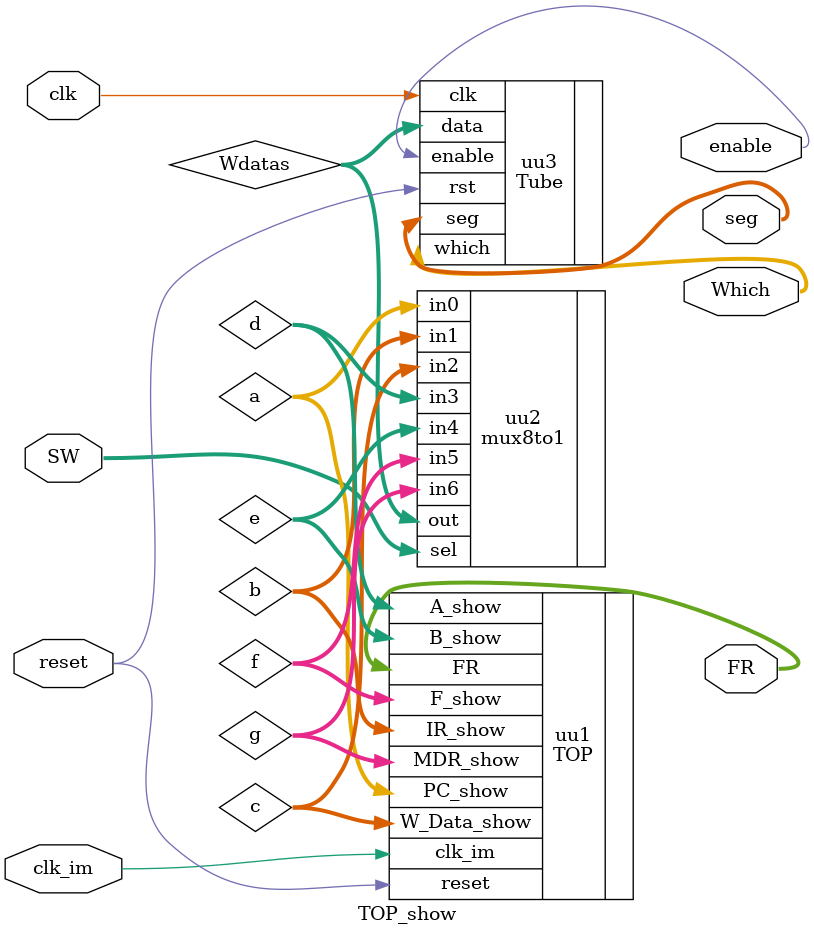
<source format=v>
`timescale 1ns / 1ps


module TOP_show(
    input reset,clk_im,clk,
    input [2:0] SW,
    output [3:0] FR,
    output[2:0] Which,
    output[7:0] seg,
    output enable
    );
    wire [31:0] a,b,c,d,e,f,g,Wdatas;
    TOP uu1(.reset(reset),.clk_im(clk_im),.FR(FR),.PC_show(a),.IR_show(b),.W_Data_show(c),.A_show(d),.B_show(e),.F_show(f),.MDR_show(g));
    mux8to1 uu2(.sel(SW),.in0(a),.in1(b),.in2(c),.in3(d),.in4(e),.in5(f),.in6(g),.out(Wdatas));
    Tube uu3(.clk(clk),.rst(reset),.data(Wdatas),.enable(enable),.which(Which),.seg(seg));  
    
endmodule




</source>
